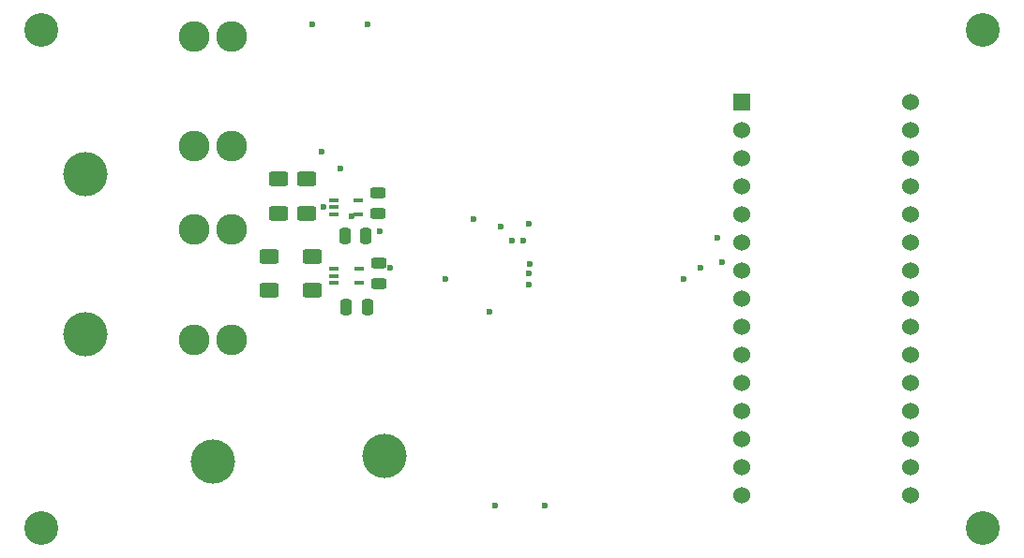
<source format=gbr>
%TF.GenerationSoftware,KiCad,Pcbnew,8.0.5*%
%TF.CreationDate,2025-03-12T17:27:34-05:00*%
%TF.ProjectId,ADC_Board,4144435f-426f-4617-9264-2e6b69636164,rev?*%
%TF.SameCoordinates,Original*%
%TF.FileFunction,Soldermask,Bot*%
%TF.FilePolarity,Negative*%
%FSLAX46Y46*%
G04 Gerber Fmt 4.6, Leading zero omitted, Abs format (unit mm)*
G04 Created by KiCad (PCBNEW 8.0.5) date 2025-03-12 17:27:34*
%MOMM*%
%LPD*%
G01*
G04 APERTURE LIST*
G04 Aperture macros list*
%AMRoundRect*
0 Rectangle with rounded corners*
0 $1 Rounding radius*
0 $2 $3 $4 $5 $6 $7 $8 $9 X,Y pos of 4 corners*
0 Add a 4 corners polygon primitive as box body*
4,1,4,$2,$3,$4,$5,$6,$7,$8,$9,$2,$3,0*
0 Add four circle primitives for the rounded corners*
1,1,$1+$1,$2,$3*
1,1,$1+$1,$4,$5*
1,1,$1+$1,$6,$7*
1,1,$1+$1,$8,$9*
0 Add four rect primitives between the rounded corners*
20,1,$1+$1,$2,$3,$4,$5,0*
20,1,$1+$1,$4,$5,$6,$7,0*
20,1,$1+$1,$6,$7,$8,$9,0*
20,1,$1+$1,$8,$9,$2,$3,0*%
G04 Aperture macros list end*
%ADD10C,4.000000*%
%ADD11C,3.048000*%
%ADD12C,2.780000*%
%ADD13R,1.524000X1.524000*%
%ADD14C,1.524000*%
%ADD15RoundRect,0.250000X0.625000X-0.400000X0.625000X0.400000X-0.625000X0.400000X-0.625000X-0.400000X0*%
%ADD16R,0.850900X0.304800*%
%ADD17RoundRect,0.250000X-0.250000X-0.475000X0.250000X-0.475000X0.250000X0.475000X-0.250000X0.475000X0*%
%ADD18RoundRect,0.243750X-0.456250X0.243750X-0.456250X-0.243750X0.456250X-0.243750X0.456250X0.243750X0*%
%ADD19C,0.600000*%
G04 APERTURE END LIST*
D10*
%TO.C,J5*%
X181000000Y-95500000D03*
%TD*%
D11*
%TO.C,H1*%
X150000000Y-57000000D03*
%TD*%
D10*
%TO.C,J4*%
X153950000Y-84500000D03*
%TD*%
D12*
%TO.C,F2*%
X163800000Y-84960000D03*
X167200000Y-84960000D03*
X163800000Y-75040000D03*
X167200000Y-75040000D03*
%TD*%
%TO.C,F1*%
X167200000Y-57540000D03*
X163800000Y-57540000D03*
X167200000Y-67460000D03*
X163800000Y-67460000D03*
%TD*%
D11*
%TO.C,H3*%
X150000000Y-102000000D03*
%TD*%
D10*
%TO.C,J1*%
X154000000Y-70000000D03*
%TD*%
%TO.C,J2*%
X165500000Y-96000000D03*
%TD*%
D13*
%TO.C,U5*%
X213260000Y-63480000D03*
D14*
X213260000Y-66020000D03*
X213260000Y-68560000D03*
X213260000Y-71100000D03*
X213260000Y-73640000D03*
X213260000Y-76180000D03*
X213260000Y-78720000D03*
X213260000Y-81260000D03*
X213260000Y-83800000D03*
X213260000Y-86340000D03*
X213260000Y-88880000D03*
X213260000Y-91420000D03*
X213260000Y-93960000D03*
X213260000Y-96500000D03*
X213260000Y-99040000D03*
X228500000Y-99040000D03*
X228500000Y-96500000D03*
X228500000Y-93960000D03*
X228500000Y-91420000D03*
X228500000Y-88880000D03*
X228500000Y-86340000D03*
X228500000Y-83800000D03*
X228500000Y-81260000D03*
X228500000Y-78720000D03*
X228500000Y-76180000D03*
X228500000Y-73640000D03*
X228500000Y-71100000D03*
X228500000Y-68560000D03*
X228500000Y-66020000D03*
X228500000Y-63480000D03*
%TD*%
D11*
%TO.C,H2*%
X235000000Y-57000000D03*
%TD*%
%TO.C,H4*%
X235000000Y-102000000D03*
%TD*%
D15*
%TO.C,R4*%
X170600000Y-80550000D03*
X170600000Y-77450000D03*
%TD*%
D16*
%TO.C,U2*%
X176424450Y-79864886D03*
X176424450Y-79214900D03*
X176424450Y-78564914D03*
X178672350Y-78564901D03*
X178672350Y-79864899D03*
%TD*%
D15*
%TO.C,R1*%
X171400000Y-73550000D03*
X171400000Y-70450000D03*
%TD*%
D17*
%TO.C,C2*%
X177414100Y-75611700D03*
X179314100Y-75611700D03*
%TD*%
%TO.C,C3*%
X177550000Y-82000000D03*
X179450000Y-82000000D03*
%TD*%
D16*
%TO.C,U1*%
X176376050Y-73649986D03*
X176376050Y-73000000D03*
X176376050Y-72350014D03*
X178623950Y-72350001D03*
X178623950Y-73649999D03*
%TD*%
D18*
%TO.C,D2*%
X180364100Y-71674200D03*
X180364100Y-73549200D03*
%TD*%
D15*
%TO.C,R2*%
X174000000Y-73550000D03*
X174000000Y-70450000D03*
%TD*%
D18*
%TO.C,D3*%
X180500000Y-78062500D03*
X180500000Y-79937500D03*
%TD*%
D15*
%TO.C,R5*%
X174500000Y-80550000D03*
X174500000Y-77450000D03*
%TD*%
D19*
X174000000Y-70400000D03*
X190500000Y-82500000D03*
X175299999Y-68000000D03*
X175450598Y-73000000D03*
X186500000Y-79500000D03*
X178014100Y-73840521D03*
X174500000Y-56500000D03*
X177000000Y-69500000D03*
X180584009Y-75138518D03*
X179500000Y-56500000D03*
X181500000Y-78500000D03*
X195500000Y-100000000D03*
X191000000Y-100000000D03*
X193500000Y-76000000D03*
X194000000Y-74500000D03*
X191500000Y-74725001D03*
X194000000Y-79000000D03*
X192500000Y-76000000D03*
X194102787Y-78102787D03*
X189000000Y-74050000D03*
X194000000Y-80000000D03*
X209500000Y-78500000D03*
X211500000Y-78000000D03*
X211056129Y-75784345D03*
X208000000Y-79505000D03*
M02*

</source>
